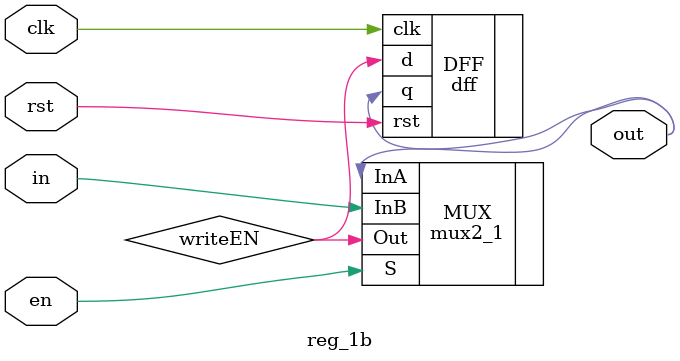
<source format=v>
module reg_1b (clk, rst, en, in, out);
  // --- Inputs and Outputs ---
  input clk, rst;
  input en; // flag for write
  input in; // write
  output out; // read

  // --- Wire ---
  wire writeEN;

  // --- Code ---
  // dff
  dff DFF (.q(out), .d(writeEN), .clk(clk), .rst(rst));

  // mux
  mux2_1 MUX (.InA(out), .InB(in), .S(en), .Out(writeEN));
endmodule

</source>
